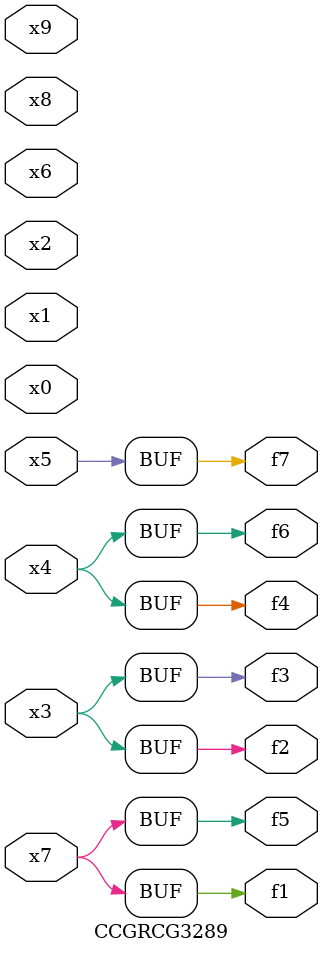
<source format=v>
module CCGRCG3289(
	input x0, x1, x2, x3, x4, x5, x6, x7, x8, x9,
	output f1, f2, f3, f4, f5, f6, f7
);
	assign f1 = x7;
	assign f2 = x3;
	assign f3 = x3;
	assign f4 = x4;
	assign f5 = x7;
	assign f6 = x4;
	assign f7 = x5;
endmodule

</source>
